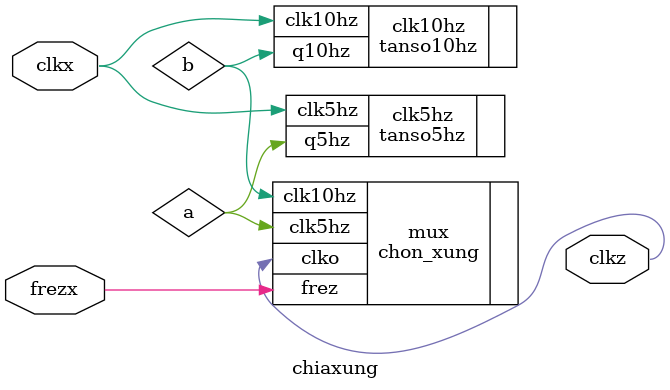
<source format=v>
`timescale 1ns / 1ps
module chiaxung(
input clkx,
input frezx,
output clkz
 );

wire a;
wire b;

tanso5hz clk5hz (.clk5hz(clkx),.q5hz(a));
tanso10hz clk10hz (.clk10hz(clkx),.q10hz(b));

chon_xung mux (.clk5hz(a),.clk10hz(b),.frez(frezx),.clko(clkz));

endmodule 
</source>
